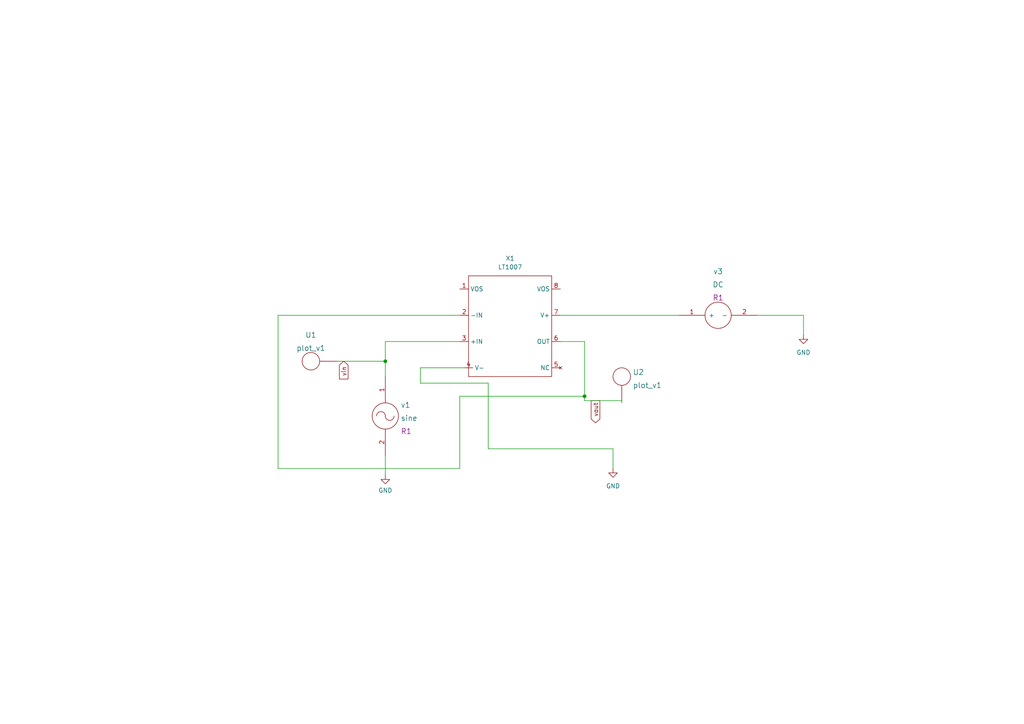
<source format=kicad_sch>
(kicad_sch (version 20211123) (generator eeschema)

  (uuid 74a71376-3833-41cb-89c2-54a8307e6078)

  (paper "A4")

  (lib_symbols
    (symbol "eSim_Plot:plot_v1" (pin_names (offset 1.016)) (in_bom yes) (on_board yes)
      (property "Reference" "U" (id 0) (at 0 12.7 0)
        (effects (font (size 1.524 1.524)))
      )
      (property "Value" "plot_v1" (id 1) (at 5.08 8.89 0)
        (effects (font (size 1.524 1.524)))
      )
      (property "Footprint" "" (id 2) (at 0 0 0)
        (effects (font (size 1.524 1.524)))
      )
      (property "Datasheet" "" (id 3) (at 0 0 0)
        (effects (font (size 1.524 1.524)))
      )
      (symbol "plot_v1_0_1"
        (circle (center 0 12.7) (radius 2.54)
          (stroke (width 0) (type default) (color 0 0 0 0))
          (fill (type none))
        )
      )
      (symbol "plot_v1_1_1"
        (pin input line (at 0 5.08 90) (length 5.08)
          (name "~" (effects (font (size 1.27 1.27))))
          (number "~" (effects (font (size 1.27 1.27))))
        )
      )
    )
    (symbol "eSim_Power:eSim_GND" (power) (pin_names (offset 0)) (in_bom yes) (on_board yes)
      (property "Reference" "#PWR" (id 0) (at 0 -6.35 0)
        (effects (font (size 1.27 1.27)) hide)
      )
      (property "Value" "eSim_GND" (id 1) (at 0 -3.81 0)
        (effects (font (size 1.27 1.27)))
      )
      (property "Footprint" "" (id 2) (at 0 0 0)
        (effects (font (size 1.27 1.27)) hide)
      )
      (property "Datasheet" "" (id 3) (at 0 0 0)
        (effects (font (size 1.27 1.27)) hide)
      )
      (symbol "eSim_GND_0_1"
        (polyline
          (pts
            (xy 0 0)
            (xy 0 -1.27)
            (xy 1.27 -1.27)
            (xy 0 -2.54)
            (xy -1.27 -1.27)
            (xy 0 -1.27)
          )
          (stroke (width 0) (type default) (color 0 0 0 0))
          (fill (type none))
        )
      )
      (symbol "eSim_GND_1_1"
        (pin power_in line (at 0 0 270) (length 0) hide
          (name "GND" (effects (font (size 1.27 1.27))))
          (number "1" (effects (font (size 1.27 1.27))))
        )
      )
    )
    (symbol "eSim_Sources:DC" (pin_names (offset 1.016)) (in_bom yes) (on_board yes)
      (property "Reference" "v" (id 0) (at -5.08 2.54 0)
        (effects (font (size 1.524 1.524)))
      )
      (property "Value" "DC" (id 1) (at -5.08 -1.27 0)
        (effects (font (size 1.524 1.524)))
      )
      (property "Footprint" "R1" (id 2) (at -7.62 0 0)
        (effects (font (size 1.524 1.524)))
      )
      (property "Datasheet" "" (id 3) (at 0 0 0)
        (effects (font (size 1.524 1.524)))
      )
      (property "ki_fp_filters" "1_pin" (id 4) (at 0 0 0)
        (effects (font (size 1.27 1.27)) hide)
      )
      (symbol "DC_0_1"
        (circle (center 0 0) (radius 3.81)
          (stroke (width 0) (type default) (color 0 0 0 0))
          (fill (type none))
        )
      )
      (symbol "DC_1_1"
        (pin power_out line (at 0 11.43 270) (length 7.62)
          (name "+" (effects (font (size 1.27 1.27))))
          (number "1" (effects (font (size 1.27 1.27))))
        )
        (pin power_out line (at 0 -11.43 90) (length 7.62)
          (name "-" (effects (font (size 1.27 1.27))))
          (number "2" (effects (font (size 1.27 1.27))))
        )
      )
    )
    (symbol "eSim_Sources:sine" (pin_names (offset 1.016)) (in_bom yes) (on_board yes)
      (property "Reference" "v" (id 0) (at -5.08 2.54 0)
        (effects (font (size 1.524 1.524)))
      )
      (property "Value" "sine" (id 1) (at -5.08 -1.27 0)
        (effects (font (size 1.524 1.524)))
      )
      (property "Footprint" "R1" (id 2) (at -7.62 0 0)
        (effects (font (size 1.524 1.524)))
      )
      (property "Datasheet" "" (id 3) (at 0 0 0)
        (effects (font (size 1.524 1.524)))
      )
      (property "ki_fp_filters" "1_pin" (id 4) (at 0 0 0)
        (effects (font (size 1.27 1.27)) hide)
      )
      (symbol "sine_0_1"
        (arc (start 0 0) (mid -1.27 1.27) (end -2.54 0)
          (stroke (width 0) (type default) (color 0 0 0 0))
          (fill (type none))
        )
        (arc (start 0 0) (mid 1.27 -1.27) (end 2.54 0)
          (stroke (width 0) (type default) (color 0 0 0 0))
          (fill (type none))
        )
        (circle (center 0 0) (radius 3.81)
          (stroke (width 0) (type default) (color 0 0 0 0))
          (fill (type none))
        )
      )
      (symbol "sine_1_1"
        (pin input line (at 0 11.43 270) (length 7.62)
          (name "+" (effects (font (size 0 0))))
          (number "1" (effects (font (size 1.27 1.27))))
        )
        (pin input line (at 0 -11.43 90) (length 7.62)
          (name "-" (effects (font (size 0 0))))
          (number "2" (effects (font (size 1.27 1.27))))
        )
      )
    )
    (symbol "eSim_Subckt:LT1007" (in_bom yes) (on_board yes)
      (property "Reference" "X" (id 0) (at 0 5.08 0)
        (effects (font (size 1.27 1.27)))
      )
      (property "Value" "LT1007" (id 1) (at 0 8.89 0)
        (effects (font (size 1.27 1.27)))
      )
      (property "Footprint" "" (id 2) (at 0 0 0)
        (effects (font (size 1.27 1.27)) hide)
      )
      (property "Datasheet" "" (id 3) (at 0 0 0)
        (effects (font (size 1.27 1.27)) hide)
      )
      (symbol "LT1007_0_1"
        (rectangle (start -11.43 12.7) (end 12.7 -16.51)
          (stroke (width 0) (type default) (color 0 0 0 0))
          (fill (type none))
        )
      )
      (symbol "LT1007_1_1"
        (pin passive line (at -13.97 8.89 0) (length 2.54)
          (name "VOS" (effects (font (size 1.27 1.27))))
          (number "1" (effects (font (size 1.27 1.27))))
        )
        (pin passive line (at -13.97 1.27 0) (length 2.54)
          (name "-IN" (effects (font (size 1.27 1.27))))
          (number "2" (effects (font (size 1.27 1.27))))
        )
        (pin passive line (at -13.97 -6.35 0) (length 2.54)
          (name "+IN" (effects (font (size 1.27 1.27))))
          (number "3" (effects (font (size 1.27 1.27))))
        )
        (pin power_in line (at -12.7 -13.97 0) (length 2.54)
          (name "V-" (effects (font (size 1.27 1.27))))
          (number "4" (effects (font (size 1.27 1.27))))
        )
        (pin no_connect line (at 15.24 -13.97 180) (length 2.54)
          (name "NC" (effects (font (size 1.27 1.27))))
          (number "5" (effects (font (size 1.27 1.27))))
        )
        (pin passive line (at 15.24 -6.35 180) (length 2.54)
          (name "OUT" (effects (font (size 1.27 1.27))))
          (number "6" (effects (font (size 1.27 1.27))))
        )
        (pin power_in line (at 15.24 1.27 180) (length 2.54)
          (name "V+" (effects (font (size 1.27 1.27))))
          (number "7" (effects (font (size 1.27 1.27))))
        )
        (pin passive line (at 15.24 8.89 180) (length 2.54)
          (name "VOS" (effects (font (size 1.27 1.27))))
          (number "8" (effects (font (size 1.27 1.27))))
        )
      )
    )
  )

  (junction (at 169.545 114.935) (diameter 0) (color 0 0 0 0)
    (uuid 43dcb961-eb09-48ef-a880-b5a1e8085377)
  )
  (junction (at 111.76 104.775) (diameter 0) (color 0 0 0 0)
    (uuid 845470ff-372f-4aad-91d3-46c95e0b7bbf)
  )

  (wire (pts (xy 233.045 97.155) (xy 233.045 91.44))
    (stroke (width 0) (type default) (color 0 0 0 0))
    (uuid 0101bd98-d6df-4238-b0bf-c53faddc3ba4)
  )
  (wire (pts (xy 111.76 104.775) (xy 111.76 109.22))
    (stroke (width 0) (type default) (color 0 0 0 0))
    (uuid 0f15ff60-5a8a-44b6-81ba-f85955c76f57)
  )
  (wire (pts (xy 169.545 99.06) (xy 162.56 99.06))
    (stroke (width 0) (type default) (color 0 0 0 0))
    (uuid 134a7730-1c58-416c-b994-d48dab760b10)
  )
  (wire (pts (xy 80.645 91.44) (xy 133.35 91.44))
    (stroke (width 0) (type default) (color 0 0 0 0))
    (uuid 18972f44-3c01-4ed5-aa4e-74dd0364b784)
  )
  (wire (pts (xy 133.35 114.935) (xy 169.545 114.935))
    (stroke (width 0) (type default) (color 0 0 0 0))
    (uuid 2e681891-31c9-46fd-9417-10b314eecb74)
  )
  (wire (pts (xy 80.645 91.44) (xy 80.645 135.89))
    (stroke (width 0) (type default) (color 0 0 0 0))
    (uuid 3e485673-e1e7-4d4c-8464-80c1a40e1303)
  )
  (wire (pts (xy 121.92 106.68) (xy 134.62 106.68))
    (stroke (width 0) (type default) (color 0 0 0 0))
    (uuid 44472bfe-a87f-4d99-a7a5-0d8f632917f4)
  )
  (wire (pts (xy 162.56 91.44) (xy 196.85 91.44))
    (stroke (width 0) (type default) (color 0 0 0 0))
    (uuid 5470bd4b-21db-4098-8376-f8ae94f3f31d)
  )
  (wire (pts (xy 111.76 132.08) (xy 111.76 137.795))
    (stroke (width 0) (type default) (color 0 0 0 0))
    (uuid 59a48845-15b4-4edb-8a85-01657e9cc4c1)
  )
  (wire (pts (xy 141.605 111.125) (xy 141.605 130.175))
    (stroke (width 0) (type default) (color 0 0 0 0))
    (uuid 5b84c3ba-03f1-4552-bd42-5be2fc8028a7)
  )
  (wire (pts (xy 169.545 114.935) (xy 169.545 99.06))
    (stroke (width 0) (type default) (color 0 0 0 0))
    (uuid 6b654051-cb69-440c-bff5-94432947c1f3)
  )
  (wire (pts (xy 121.92 111.125) (xy 141.605 111.125))
    (stroke (width 0) (type default) (color 0 0 0 0))
    (uuid 6fb2ce10-20d9-4c75-9aff-bb0439aef97d)
  )
  (wire (pts (xy 121.92 106.68) (xy 121.92 111.125))
    (stroke (width 0) (type default) (color 0 0 0 0))
    (uuid 7d915ca8-f30c-48f9-8c6e-9928df1c8d2c)
  )
  (wire (pts (xy 111.76 99.06) (xy 133.35 99.06))
    (stroke (width 0) (type default) (color 0 0 0 0))
    (uuid 8b3b0225-3e97-4dfe-a93b-3056258e1c7b)
  )
  (wire (pts (xy 219.71 91.44) (xy 233.045 91.44))
    (stroke (width 0) (type default) (color 0 0 0 0))
    (uuid 8d7ec835-d065-4b62-b8dc-31691eeabbd0)
  )
  (wire (pts (xy 133.35 135.89) (xy 133.35 114.935))
    (stroke (width 0) (type default) (color 0 0 0 0))
    (uuid a8a71189-6e69-4de8-8564-e09cf3ace14c)
  )
  (wire (pts (xy 169.545 116.205) (xy 169.545 114.935))
    (stroke (width 0) (type default) (color 0 0 0 0))
    (uuid b58e6ea2-1ba5-4141-9444-67a70f277af0)
  )
  (wire (pts (xy 169.545 116.205) (xy 180.34 116.205))
    (stroke (width 0) (type default) (color 0 0 0 0))
    (uuid b6151c5b-5a1f-4fa1-9f00-ad17a945dd35)
  )
  (wire (pts (xy 141.605 130.175) (xy 177.8 130.175))
    (stroke (width 0) (type default) (color 0 0 0 0))
    (uuid df1e9b2d-485c-4228-a55b-93e1950e3815)
  )
  (wire (pts (xy 111.76 99.06) (xy 111.76 104.775))
    (stroke (width 0) (type default) (color 0 0 0 0))
    (uuid e5d5e1d3-1df1-40d1-844d-eb57090b412f)
  )
  (wire (pts (xy 97.79 104.775) (xy 111.76 104.775))
    (stroke (width 0) (type default) (color 0 0 0 0))
    (uuid e727a3da-d354-4a7e-9029-1a9e1003afcb)
  )
  (wire (pts (xy 180.34 116.205) (xy 180.34 116.84))
    (stroke (width 0) (type default) (color 0 0 0 0))
    (uuid ef37812f-7241-4039-9624-862f3d5b971b)
  )
  (wire (pts (xy 80.645 135.89) (xy 133.35 135.89))
    (stroke (width 0) (type default) (color 0 0 0 0))
    (uuid fa7fa6c5-8b3d-49d0-b71c-acb4a2967bbb)
  )
  (wire (pts (xy 177.8 135.89) (xy 177.8 130.175))
    (stroke (width 0) (type default) (color 0 0 0 0))
    (uuid fb57ec1c-78aa-4c89-abd8-05157f745387)
  )

  (global_label "vin" (shape input) (at 99.695 104.775 270) (fields_autoplaced)
    (effects (font (size 1.27 1.27)) (justify right))
    (uuid c0913619-0522-49d1-8f9a-ee12ae5c988d)
    (property "Intersheet References" "${INTERSHEET_REFS}" (id 0) (at 99.7744 109.9095 90)
      (effects (font (size 1.27 1.27)) (justify right) hide)
    )
  )
  (global_label "vout" (shape output) (at 172.72 116.205 270) (fields_autoplaced)
    (effects (font (size 1.27 1.27)) (justify right))
    (uuid ca877414-e4dd-4298-ad18-1824a66d6f7c)
    (property "Intersheet References" "${INTERSHEET_REFS}" (id 0) (at 172.6406 122.6095 90)
      (effects (font (size 1.27 1.27)) (justify right) hide)
    )
  )

  (symbol (lib_id "eSim_Power:eSim_GND") (at 177.8 135.89 0) (unit 1)
    (in_bom yes) (on_board yes) (fields_autoplaced)
    (uuid 1fd3fa2f-03ad-4094-bb82-8fbe21a0bf67)
    (property "Reference" "#PWR03" (id 0) (at 177.8 142.24 0)
      (effects (font (size 1.27 1.27)) hide)
    )
    (property "Value" "eSim_GND" (id 1) (at 177.8 140.97 0))
    (property "Footprint" "" (id 2) (at 177.8 135.89 0)
      (effects (font (size 1.27 1.27)) hide)
    )
    (property "Datasheet" "" (id 3) (at 177.8 135.89 0)
      (effects (font (size 1.27 1.27)) hide)
    )
    (pin "1" (uuid e2adeefa-8e93-4055-ac86-8ab93990adb2))
  )

  (symbol (lib_id "eSim_Plot:plot_v1") (at 180.34 121.92 0) (unit 1)
    (in_bom yes) (on_board yes) (fields_autoplaced)
    (uuid 38d14d58-0d56-4570-b935-9d15640a25ea)
    (property "Reference" "U2" (id 0) (at 183.515 107.95 0)
      (effects (font (size 1.524 1.524)) (justify left))
    )
    (property "Value" "plot_v1" (id 1) (at 183.515 111.76 0)
      (effects (font (size 1.524 1.524)) (justify left))
    )
    (property "Footprint" "" (id 2) (at 180.34 121.92 0)
      (effects (font (size 1.524 1.524)))
    )
    (property "Datasheet" "" (id 3) (at 180.34 121.92 0)
      (effects (font (size 1.524 1.524)))
    )
    (pin "~" (uuid dda76e8b-fd6e-4260-9d8a-f501026cb829))
  )

  (symbol (lib_id "eSim_Power:eSim_GND") (at 233.045 97.155 0) (unit 1)
    (in_bom yes) (on_board yes) (fields_autoplaced)
    (uuid 6bcdf3c8-35e4-493e-b726-57c9b5ade6cc)
    (property "Reference" "#PWR06" (id 0) (at 233.045 103.505 0)
      (effects (font (size 1.27 1.27)) hide)
    )
    (property "Value" "eSim_GND" (id 1) (at 233.045 102.235 0))
    (property "Footprint" "" (id 2) (at 233.045 97.155 0)
      (effects (font (size 1.27 1.27)) hide)
    )
    (property "Datasheet" "" (id 3) (at 233.045 97.155 0)
      (effects (font (size 1.27 1.27)) hide)
    )
    (pin "1" (uuid 315ca5e2-5ff6-434c-bdf2-25424ee7e5dc))
  )

  (symbol (lib_id "eSim_Power:eSim_GND") (at 111.76 137.795 0) (unit 1)
    (in_bom yes) (on_board yes) (fields_autoplaced)
    (uuid d4eb6ff6-7d03-48e9-8906-39f7d067a68b)
    (property "Reference" "#PWR02" (id 0) (at 111.76 144.145 0)
      (effects (font (size 1.27 1.27)) hide)
    )
    (property "Value" "eSim_GND" (id 1) (at 111.76 142.24 0))
    (property "Footprint" "" (id 2) (at 111.76 137.795 0)
      (effects (font (size 1.27 1.27)) hide)
    )
    (property "Datasheet" "" (id 3) (at 111.76 137.795 0)
      (effects (font (size 1.27 1.27)) hide)
    )
    (pin "1" (uuid d6219dac-7a83-40ca-816f-0dab7739ba11))
  )

  (symbol (lib_id "eSim_Sources:sine") (at 111.76 120.65 0) (unit 1)
    (in_bom yes) (on_board yes) (fields_autoplaced)
    (uuid dacd628c-37be-4ea0-a319-1769bc72c618)
    (property "Reference" "v1" (id 0) (at 116.205 117.475 0)
      (effects (font (size 1.524 1.524)) (justify left))
    )
    (property "Value" "sine" (id 1) (at 116.205 121.285 0)
      (effects (font (size 1.524 1.524)) (justify left))
    )
    (property "Footprint" "R1" (id 2) (at 116.205 125.095 0)
      (effects (font (size 1.524 1.524)) (justify left))
    )
    (property "Datasheet" "" (id 3) (at 111.76 120.65 0)
      (effects (font (size 1.524 1.524)))
    )
    (property "Spice_Primitive" "V" (id 4) (at 111.76 120.65 0)
      (effects (font (size 1.27 1.27)) hide)
    )
    (property "Spice_Model" "sin(2.5 1.0 1k)" (id 5) (at 111.76 120.65 0)
      (effects (font (size 1.27 1.27)) hide)
    )
    (property "Spice_Netlist_Enabled" "Y" (id 6) (at 111.76 120.65 0)
      (effects (font (size 1.27 1.27)) hide)
    )
    (pin "1" (uuid cc23a4e6-0feb-4cc9-9cf2-52307907d982))
    (pin "2" (uuid 1f715d05-7ff4-448e-ab99-01478921e361))
  )

  (symbol (lib_id "eSim_Sources:DC") (at 208.28 91.44 90) (unit 1)
    (in_bom yes) (on_board yes) (fields_autoplaced)
    (uuid e54e81ec-f693-43c6-9a92-6a47031171f6)
    (property "Reference" "v3" (id 0) (at 208.28 78.74 90)
      (effects (font (size 1.524 1.524)))
    )
    (property "Value" "DC" (id 1) (at 208.28 82.55 90)
      (effects (font (size 1.524 1.524)))
    )
    (property "Footprint" "R1" (id 2) (at 208.28 86.36 90)
      (effects (font (size 1.524 1.524)))
    )
    (property "Datasheet" "" (id 3) (at 208.28 91.44 0)
      (effects (font (size 1.524 1.524)))
    )
    (pin "1" (uuid 369475fd-5b7d-4596-a84f-0818b128c9ef))
    (pin "2" (uuid d8a2f1b1-712d-47ef-bb17-2f6a04b6fb72))
  )

  (symbol (lib_id "eSim_Plot:plot_v1") (at 102.87 104.775 90) (unit 1)
    (in_bom yes) (on_board yes) (fields_autoplaced)
    (uuid ede1525e-219a-4a2b-b59a-e6063f114eac)
    (property "Reference" "U1" (id 0) (at 90.17 97.155 90)
      (effects (font (size 1.524 1.524)))
    )
    (property "Value" "plot_v1" (id 1) (at 90.17 100.965 90)
      (effects (font (size 1.524 1.524)))
    )
    (property "Footprint" "" (id 2) (at 102.87 104.775 0)
      (effects (font (size 1.524 1.524)))
    )
    (property "Datasheet" "" (id 3) (at 102.87 104.775 0)
      (effects (font (size 1.524 1.524)))
    )
    (pin "~" (uuid e539f33a-5d5d-473d-895e-140ca1018e89))
  )

  (symbol (lib_id "eSim_Subckt:LT1007") (at 147.32 92.71 0) (unit 1)
    (in_bom yes) (on_board yes) (fields_autoplaced)
    (uuid fe0ca0e6-cdaf-4722-8107-f95a95cd41be)
    (property "Reference" "X1" (id 0) (at 147.955 74.93 0))
    (property "Value" "LT1007" (id 1) (at 147.955 77.47 0))
    (property "Footprint" "" (id 2) (at 147.32 92.71 0)
      (effects (font (size 1.27 1.27)) hide)
    )
    (property "Datasheet" "" (id 3) (at 147.32 92.71 0)
      (effects (font (size 1.27 1.27)) hide)
    )
    (pin "1" (uuid f5dac57a-d821-4467-95d8-171e32f82699))
    (pin "2" (uuid 751f42f7-81c4-4bb2-8382-fbb4afe13b93))
    (pin "3" (uuid 5c40d1ee-e32f-468a-9761-b807fcd6a02a))
    (pin "4" (uuid f77c56ac-10e2-4089-a510-612b9e6eb671))
    (pin "5" (uuid 5c0d2b1a-bfde-4279-8151-e3f8a25fcf07))
    (pin "6" (uuid 0cb1286e-0dd1-4e42-a44b-48663d9ca744))
    (pin "7" (uuid b3e14578-0adb-4f14-bc3c-6a4f6f3c68b4))
    (pin "8" (uuid 38a20a49-0d1c-44c4-b752-177129b11327))
  )

  (sheet_instances
    (path "/" (page "1"))
  )

  (symbol_instances
    (path "/d4eb6ff6-7d03-48e9-8906-39f7d067a68b"
      (reference "#PWR02") (unit 1) (value "eSim_GND") (footprint "")
    )
    (path "/1fd3fa2f-03ad-4094-bb82-8fbe21a0bf67"
      (reference "#PWR03") (unit 1) (value "eSim_GND") (footprint "")
    )
    (path "/6bcdf3c8-35e4-493e-b726-57c9b5ade6cc"
      (reference "#PWR06") (unit 1) (value "eSim_GND") (footprint "")
    )
    (path "/ede1525e-219a-4a2b-b59a-e6063f114eac"
      (reference "U1") (unit 1) (value "plot_v1") (footprint "")
    )
    (path "/38d14d58-0d56-4570-b935-9d15640a25ea"
      (reference "U2") (unit 1) (value "plot_v1") (footprint "")
    )
    (path "/fe0ca0e6-cdaf-4722-8107-f95a95cd41be"
      (reference "X1") (unit 1) (value "LT1007") (footprint "")
    )
    (path "/dacd628c-37be-4ea0-a319-1769bc72c618"
      (reference "v1") (unit 1) (value "sine") (footprint "R1")
    )
    (path "/e54e81ec-f693-43c6-9a92-6a47031171f6"
      (reference "v3") (unit 1) (value "DC") (footprint "R1")
    )
  )
)

</source>
